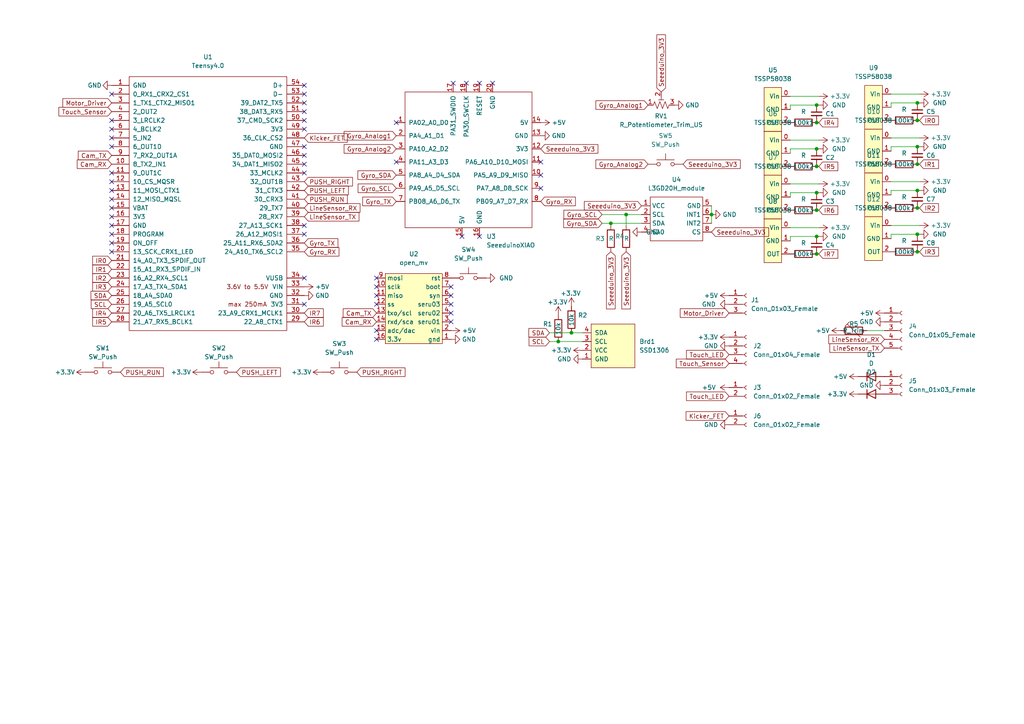
<source format=kicad_sch>
(kicad_sch (version 20211123) (generator eeschema)
  (paper "A4")
  (lib_symbols
    (symbol "Connector:Conn_01x02_Female" (pin_names (offset 1.016) hide)
      (property "Reference" "J" (at 0 2.54 0))
      (property "Value" "Conn_01x02_Female" (at 0 -5.08 0))
      (symbol "Conn_01x02_Female_1_1"
        (arc (start 0 -2.032) (mid -0.508 -2.54) (end 0 -3.048) (stroke (width 0.1524)))
        (polyline (pts (xy -1.27 -2.54) (xy -0.508 -2.54)) (stroke (width 0.1524)))
        (polyline (pts (xy -1.27 0) (xy -0.508 0)) (stroke (width 0.1524)))
        (arc (start 0 0.508) (mid -0.508 0) (end 0 -0.508) (stroke (width 0.1524)))
        (pin passive line (at -5.08 0 0) (length 3.81) (name "Pin_1") (number "1"))
        (pin passive line (at -5.08 -2.54 0) (length 3.81) (name "Pin_2") (number "2"))
      )
    )
    (symbol "Connector:Conn_01x03_Female" (pin_names (offset 1.016) hide)
      (property "Reference" "J" (at 0 5.08 0))
      (property "Value" "Conn_01x03_Female" (at 0 -5.08 0))
      (symbol "Conn_01x03_Female_1_1"
        (arc (start 0 -2.032) (mid -0.508 -2.54) (end 0 -3.048) (stroke (width 0.1524)))
        (polyline (pts (xy -1.27 -2.54) (xy -0.508 -2.54)) (stroke (width 0.1524)))
        (polyline (pts (xy -1.27 0) (xy -0.508 0)) (stroke (width 0.1524)))
        (polyline (pts (xy -1.27 2.54) (xy -0.508 2.54)) (stroke (width 0.1524)))
        (arc (start 0 0.508) (mid -0.508 0) (end 0 -0.508) (stroke (width 0.1524)))
        (arc (start 0 3.048) (mid -0.508 2.54) (end 0 2.032) (stroke (width 0.1524)))
        (pin passive line (at -5.08 2.54 0) (length 3.81) (name "Pin_1") (number "1"))
        (pin passive line (at -5.08 0 0) (length 3.81) (name "Pin_2") (number "2"))
        (pin passive line (at -5.08 -2.54 0) (length 3.81) (name "Pin_3") (number "3"))
      )
    )
    (symbol "Connector:Conn_01x04_Female" (pin_names (offset 1.016) hide)
      (property "Reference" "J" (at 0 5.08 0))
      (property "Value" "Conn_01x04_Female" (at 0 -7.62 0))
      (symbol "Conn_01x04_Female_1_1"
        (arc (start 0 -4.572) (mid -0.508 -5.08) (end 0 -5.588) (stroke (width 0.1524)))
        (arc (start 0 -2.032) (mid -0.508 -2.54) (end 0 -3.048) (stroke (width 0.1524)))
        (polyline (pts (xy -1.27 -5.08) (xy -0.508 -5.08)) (stroke (width 0.1524)))
        (polyline (pts (xy -1.27 -2.54) (xy -0.508 -2.54)) (stroke (width 0.1524)))
        (polyline (pts (xy -1.27 0) (xy -0.508 0)) (stroke (width 0.1524)))
        (polyline (pts (xy -1.27 2.54) (xy -0.508 2.54)) (stroke (width 0.1524)))
        (arc (start 0 0.508) (mid -0.508 0) (end 0 -0.508) (stroke (width 0.1524)))
        (arc (start 0 3.048) (mid -0.508 2.54) (end 0 2.032) (stroke (width 0.1524)))
        (pin passive line (at -5.08 2.54 0) (length 3.81) (name "Pin_1") (number "1"))
        (pin passive line (at -5.08 0 0) (length 3.81) (name "Pin_2") (number "2"))
        (pin passive line (at -5.08 -2.54 0) (length 3.81) (name "Pin_3") (number "3"))
        (pin passive line (at -5.08 -5.08 0) (length 3.81) (name "Pin_4") (number "4"))
      )
    )
    (symbol "Connector:Conn_01x05_Female" (pin_names (offset 1.016) hide)
      (property "Reference" "J" (at 0 7.62 0))
      (property "Value" "Conn_01x05_Female" (at 0 -7.62 0))
      (symbol "Conn_01x05_Female_1_1"
        (arc (start 0 -4.572) (mid -0.508 -5.08) (end 0 -5.588) (stroke (width 0.1524)))
        (arc (start 0 -2.032) (mid -0.508 -2.54) (end 0 -3.048) (stroke (width 0.1524)))
        (polyline (pts (xy -1.27 -5.08) (xy -0.508 -5.08)) (stroke (width 0.1524)))
        (polyline (pts (xy -1.27 -2.54) (xy -0.508 -2.54)) (stroke (width 0.1524)))
        (polyline (pts (xy -1.27 0) (xy -0.508 0)) (stroke (width 0.1524)))
        (polyline (pts (xy -1.27 2.54) (xy -0.508 2.54)) (stroke (width 0.1524)))
        (polyline (pts (xy -1.27 5.08) (xy -0.508 5.08)) (stroke (width 0.1524)))
        (arc (start 0 0.508) (mid -0.508 0) (end 0 -0.508) (stroke (width 0.1524)))
        (arc (start 0 3.048) (mid -0.508 2.54) (end 0 2.032) (stroke (width 0.1524)))
        (arc (start 0 5.588) (mid -0.508 5.08) (end 0 4.572) (stroke (width 0.1524)))
        (pin passive line (at -5.08 5.08 0) (length 3.81) (name "Pin_1") (number "1"))
        (pin passive line (at -5.08 2.54 0) (length 3.81) (name "Pin_2") (number "2"))
        (pin passive line (at -5.08 0 0) (length 3.81) (name "Pin_3") (number "3"))
        (pin passive line (at -5.08 -2.54 0) (length 3.81) (name "Pin_4") (number "4"))
        (pin passive line (at -5.08 -5.08 0) (length 3.81) (name "Pin_5") (number "5"))
      )
    )
    (symbol "Device:C_Small" (pin_numbers hide) (pin_names (offset 0.254) hide)
      (property "Reference" "C" (at 0.254 1.778 0))
      (property "Value" "C_Small" (at 0.254 -2.032 0))
      (symbol "C_Small_0_1"
        (polyline (pts (xy -1.524 -0.508) (xy 1.524 -0.508)) (stroke (width 0.3302)))
        (polyline (pts (xy -1.524 0.508) (xy 1.524 0.508)) (stroke (width 0.3048)))
      )
      (symbol "C_Small_1_1"
        (pin passive line (at 0 2.54 270) (length 2.032) (name "~") (number "1"))
        (pin passive line (at 0 -2.54 90) (length 2.032) (name "~") (number "2"))
      )
    )
    (symbol "Device:D" (pin_numbers hide) (pin_names (offset 1.016) hide)
      (property "Reference" "D" (at 0 2.54 0))
      (property "Value" "D" (at 0 -2.54 0))
      (symbol "D_0_1"
        (polyline (pts (xy -1.27 1.27) (xy -1.27 -1.27)) (stroke (width 0.254)))
        (polyline (pts (xy 1.27 0) (xy -1.27 0)))
        (polyline (pts (xy 1.27 1.27) (xy 1.27 -1.27) (xy -1.27 0) (xy 1.27 1.27)) (stroke (width 0.254)))
      )
      (symbol "D_1_1"
        (pin passive line (at -3.81 0 0) (length 2.54) (name "K") (number "1"))
        (pin passive line (at 3.81 0 180) (length 2.54) (name "A") (number "2"))
      )
    )
    (symbol "Device:R" (pin_numbers hide) (pin_names (offset 0))
      (property "Reference" "R" (at 2.032 0 90))
      (property "Value" "R" (at 0 0 90))
      (symbol "R_0_1"
        (rectangle (start -1.016 -2.54) (end 1.016 2.54) (stroke (width 0.254)))
      )
      (symbol "R_1_1"
        (pin passive line (at 0 3.81 270) (length 1.27) (name "~") (number "1"))
        (pin passive line (at 0 -3.81 90) (length 1.27) (name "~") (number "2"))
      )
    )
    (symbol "Device:R_Potentiometer_Trim_US" (pin_names (offset 1.016) hide)
      (property "Reference" "RV" (at -4.445 0 90))
      (property "Value" "R_Potentiometer_Trim_US" (at -2.54 0 90))
      (symbol "R_Potentiometer_Trim_US_0_1"
        (polyline (pts (xy 0 -2.286) (xy 0 -2.54)))
        (polyline (pts (xy 0 2.286) (xy 0 2.54)))
        (polyline (pts (xy 1.524 0.762) (xy 1.524 -0.762)))
        (polyline (pts (xy 2.54 0) (xy 1.524 0)))
        (polyline (pts (xy 0 -0.762) (xy 1.016 -1.143) (xy 0 -1.524) (xy -1.016 -1.905) (xy 0 -2.286)))
        (polyline (pts (xy 0 0.762) (xy 1.016 0.381) (xy 0 0) (xy -1.016 -0.381) (xy 0 -0.762)))
        (polyline (pts (xy 0 2.286) (xy 1.016 1.905) (xy 0 1.524) (xy -1.016 1.143) (xy 0 0.762)))
      )
      (symbol "R_Potentiometer_Trim_US_1_1"
        (pin passive line (at 0 3.81 270) (length 1.27) (name "1") (number "1"))
        (pin passive line (at 3.81 0 180) (length 1.27) (name "2") (number "2"))
        (pin passive line (at 0 -3.81 90) (length 1.27) (name "3") (number "3"))
      )
    )
    (symbol "Device:R_Trim" (pin_numbers hide) (pin_names (offset 0))
      (property "Reference" "R" (at 2.54 -2.54 90))
      (property "Value" "R_Trim" (at -2.54 -0.635 90))
      (symbol "R_Trim_0_1"
        (rectangle (start -1.016 -2.54) (end 1.016 2.54) (stroke (width 0.254)))
        (polyline (pts (xy -1.905 -1.905) (xy 1.905 1.905) (xy 2.54 1.27) (xy 1.27 2.54)))
      )
      (symbol "R_Trim_1_1"
        (pin passive line (at 0 3.81 270) (length 1.27) (name "~") (number "1"))
        (pin passive line (at 0 -3.81 90) (length 1.27) (name "~") (number "2"))
      )
    )
    (symbol "L3GD20H_Module:L3GD20H_module"
      (property "Reference" "U" (at 0 8.89 0))
      (property "Value" "L3GD20H_module" (at 0 11.43 0))
      (symbol "L3GD20H_module_0_1"
        (rectangle (start 7.62 -5.08) (end -7.62 7.62))
      )
      (symbol "L3GD20H_module_1_1"
        (pin input line (at -10.16 5.08 0) (length 2.54) (name "VCC") (number "1"))
        (pin input line (at -10.16 2.54 0) (length 2.54) (name "SCL") (number "2"))
        (pin input line (at -10.16 0 0) (length 2.54) (name "SDA") (number "3"))
        (pin input line (at -10.16 -2.54 0) (length 2.54) (name "SA0") (number "4"))
        (pin input line (at 10.16 5.08 180) (length 2.54) (name "GND") (number "5"))
        (pin input line (at 10.16 2.54 180) (length 2.54) (name "INT1") (number "6"))
        (pin input line (at 10.16 0 180) (length 2.54) (name "INT2") (number "7"))
        (pin input line (at 10.16 -2.54 180) (length 2.54) (name "CS") (number "8"))
      )
    )
    (symbol "SSD1306-128x64_OLED:SSD1306" (pin_names (offset 1.016))
      (property "Reference" "Brd" (at 0 -3.81 0))
      (property "Value" "SSD1306" (at 0 -1.27 0))
      (symbol "SSD1306_0_1"
        (rectangle (start -6.35 6.35) (end 6.35 -6.35) (fill (type background)))
      )
      (symbol "SSD1306_1_1"
        (pin input line (at -3.81 8.89 270) (length 2.54) (name "GND") (number "1"))
        (pin input line (at -1.27 8.89 270) (length 2.54) (name "VCC") (number "2"))
        (pin input line (at 1.27 8.89 270) (length 2.54) (name "SCL") (number "3"))
        (pin input line (at 3.81 8.89 270) (length 2.54) (name "SDA") (number "4"))
      )
    )
    (symbol "Seeeduino XIAO:SeeeduinoXIAO" (pin_names (offset 1.016))
      (property "Reference" "U" (at -19.05 22.86 0))
      (property "Value" "SeeeduinoXIAO" (at -12.7 21.59 0))
      (symbol "SeeeduinoXIAO_0_1"
        (rectangle (start -19.05 20.32) (end 17.78 -19.05))
      )
      (symbol "SeeeduinoXIAO_1_1"
        (pin unspecified line (at -21.59 11.43 0) (length 2.54) (name "PA02_A0_D0") (number "1"))
        (pin unspecified line (at 20.32 -3.81 180) (length 2.54) (name "PA5_A9_D9_MISO") (number "10"))
        (pin unspecified line (at 20.32 0 180) (length 2.54) (name "PA6_A10_D10_MOSI") (number "11"))
        (pin unspecified line (at 20.32 3.81 180) (length 2.54) (name "3V3") (number "12"))
        (pin unspecified line (at 20.32 7.62 180) (length 2.54) (name "GND") (number "13"))
        (pin unspecified line (at 20.32 11.43 180) (length 2.54) (name "5V") (number "14"))
        (pin input line (at -2.54 -21.59 90) (length 2.54) (name "5V") (number "15"))
        (pin input line (at 2.54 -21.59 90) (length 2.54) (name "GND") (number "16"))
        (pin input line (at -5.08 22.86 270) (length 2.54) (name "PA31_SWDIO") (number "17"))
        (pin input line (at -1.27 22.86 270) (length 2.54) (name "PA30_SWCLK") (number "18"))
        (pin input line (at 2.54 22.86 270) (length 2.54) (name "RESET") (number "19"))
        (pin unspecified line (at -21.59 7.62 0) (length 2.54) (name "PA4_A1_D1") (number "2"))
        (pin input line (at 6.35 22.86 270) (length 2.54) (name "GND") (number "20"))
        (pin unspecified line (at -21.59 3.81 0) (length 2.54) (name "PA10_A2_D2") (number "3"))
        (pin unspecified line (at -21.59 0 0) (length 2.54) (name "PA11_A3_D3") (number "4"))
        (pin unspecified line (at -21.59 -3.81 0) (length 2.54) (name "PA8_A4_D4_SDA") (number "5"))
        (pin unspecified line (at -21.59 -7.62 0) (length 2.54) (name "PA9_A5_D5_SCL") (number "6"))
        (pin unspecified line (at -21.59 -11.43 0) (length 2.54) (name "PB08_A6_D6_TX") (number "7"))
        (pin unspecified line (at 20.32 -11.43 180) (length 2.54) (name "PB09_A7_D7_RX") (number "8"))
        (pin unspecified line (at 20.32 -7.62 180) (length 2.54) (name "PA7_A8_D8_SCK") (number "9"))
      )
    )
    (symbol "Switch:SW_Push" (pin_numbers hide) (pin_names (offset 1.016) hide)
      (property "Reference" "SW" (at 1.27 2.54 0))
      (property "Value" "SW_Push" (at 0 -1.524 0))
      (symbol "SW_Push_0_1"
        (circle (center -2.032 0) (radius 0.508))
        (polyline (pts (xy 0 1.27) (xy 0 3.048)))
        (polyline (pts (xy 2.54 1.27) (xy -2.54 1.27)))
        (circle (center 2.032 0) (radius 0.508))
        (pin passive line (at -5.08 0 0) (length 2.54) (name "1") (number "1"))
        (pin passive line (at 5.08 0 180) (length 2.54) (name "2") (number "2"))
      )
    )
    (symbol "TSSP58038:TSSP58038"
      (property "Reference" "U" (at 0 8.89 0))
      (property "Value" "TSSP58038" (at 0 6.35 0))
      (symbol "TSSP58038_0_1"
        (rectangle (start -6.35 5.08) (end 6.35 0) (fill (type background)))
      )
      (symbol "TSSP58038_1_1"
        (pin power_in line (at 3.81 -2.54 90) (length 2.54) (name "Vin") (number "0"))
        (pin input line (at 0 -2.54 90) (length 2.54) (name "GND") (number "1"))
        (pin output line (at -3.81 -2.54 90) (length 2.54) (name "OUT") (number "2"))
      )
    )
    (symbol "open_mv:open_mv"
      (property "Reference" "U" (at 0 3.81 0))
      (property "Value" "open_mv" (at 0 1.27 0))
      (symbol "open_mv_0_1"
        (rectangle (start -8.89 0) (end 7.62 -20.32) (fill (type background)))
      )
      (symbol "open_mv_1_1"
        (pin bidirectional line (at 10.16 -19.05 180) (length 2.54) (name "gnd") (number "1"))
        (pin bidirectional line (at -11.43 -3.81 0) (length 2.54) (name "sclk") (number "10"))
        (pin bidirectional line (at -11.43 -6.35 0) (length 2.54) (name "miso") (number "11"))
        (pin bidirectional line (at -11.43 -8.89 0) (length 2.54) (name "ss") (number "12"))
        (pin bidirectional line (at -11.43 -11.43 0) (length 2.54) (name "txo/scl") (number "13"))
        (pin bidirectional line (at -11.43 -13.97 0) (length 2.54) (name "rxd/sca") (number "14"))
        (pin bidirectional line (at -11.43 -16.51 0) (length 2.54) (name "adc/dac") (number "15"))
        (pin power_out line (at -11.43 -19.05 0) (length 2.54) (name "3.3v") (number "16"))
        (pin power_out line (at 10.16 -16.51 180) (length 2.54) (name "vin") (number "2"))
        (pin bidirectional line (at 10.16 -13.97 180) (length 2.54) (name "seru01") (number "3"))
        (pin bidirectional line (at 10.16 -11.43 180) (length 2.54) (name "seru02") (number "4"))
        (pin bidirectional line (at 10.16 -8.89 180) (length 2.54) (name "seru03") (number "5"))
        (pin bidirectional line (at 10.16 -6.35 180) (length 2.54) (name "syn") (number "6"))
        (pin bidirectional line (at 10.16 -3.81 180) (length 2.54) (name "boot") (number "7"))
        (pin bidirectional line (at 10.16 -1.27 180) (length 2.54) (name "rst") (number "8"))
        (pin bidirectional line (at -11.43 -1.27 0) (length 2.54) (name "mosi") (number "9"))
      )
    )
    (symbol "power:+3.3V" (power) (pin_names (offset 0))
      (property "Value" "+3.3V" (at 0 3.556 0))
      (symbol "+3.3V_0_1"
        (polyline (pts (xy -0.762 1.27) (xy 0 2.54)))
        (polyline (pts (xy 0 0) (xy 0 2.54)))
        (polyline (pts (xy 0 2.54) (xy 0.762 1.27)))
      )
      (symbol "+3.3V_1_1"
        (pin power_in line (at 0 0 90) (length 0) hide (name "+3.3V") (number "1"))
      )
    )
    (symbol "power:+5V" (power) (pin_names (offset 0))
      (property "Value" "+5V" (at 0 3.556 0))
      (symbol "+5V_0_1"
        (polyline (pts (xy -0.762 1.27) (xy 0 2.54)))
        (polyline (pts (xy 0 0) (xy 0 2.54)))
        (polyline (pts (xy 0 2.54) (xy 0.762 1.27)))
      )
      (symbol "+5V_1_1"
        (pin power_in line (at 0 0 90) (length 0) hide (name "+5V") (number "1"))
      )
    )
    (symbol "power:GND" (power) (pin_names (offset 0))
      (property "Value" "GND" (at 0 -3.81 0))
      (symbol "GND_0_1"
        (polyline (pts (xy 0 0) (xy 0 -1.27) (xy 1.27 -1.27) (xy 0 -2.54) (xy -1.27 -1.27) (xy 0 -1.27)))
      )
      (symbol "GND_1_1"
        (pin power_in line (at 0 0 270) (length 0) hide (name "GND") (number "1"))
      )
    )
    (symbol "teensy:Teensy4.0" (pin_names (offset 1.016))
      (property "Reference" "U" (at 0 39.37 0))
      (property "Value" "Teensy4.0" (at 0 -39.37 0))
      (symbol "Teensy4.0_0_0"
        (text "3.6V to 5.5V" (at 11.43 -24.13 0) (effects (font (size 1.27 1.27))))
        (text "max 250mA" (at 11.43 -29.21 0) (effects (font (size 1.27 1.27))))
        (pin bidirectional line (at -27.94 11.43 0) (length 5.08) (name "8_TX2_IN1") (number "10"))
        (pin bidirectional line (at -27.94 8.89 0) (length 5.08) (name "9_OUT1C") (number "11"))
        (pin bidirectional line (at -27.94 6.35 0) (length 5.08) (name "10_CS_MQSR") (number "12"))
        (pin bidirectional line (at -27.94 3.81 0) (length 5.08) (name "11_MOSI_CTX1") (number "13"))
        (pin bidirectional line (at -27.94 1.27 0) (length 5.08) (name "12_MISO_MQSL") (number "14"))
        (pin power_in line (at -27.94 -1.27 0) (length 5.08) (name "VBAT") (number "15"))
        (pin power_in line (at -27.94 -3.81 0) (length 5.08) (name "3V3") (number "16"))
        (pin power_in line (at -27.94 -6.35 0) (length 5.08) (name "GND") (number "17"))
        (pin input line (at -27.94 -8.89 0) (length 5.08) (name "PROGRAM") (number "18"))
        (pin input line (at -27.94 -11.43 0) (length 5.08) (name "ON_OFF") (number "19"))
        (pin bidirectional line (at -27.94 -13.97 0) (length 5.08) (name "13_SCK_CRX1_LED") (number "20"))
        (pin bidirectional line (at -27.94 -16.51 0) (length 5.08) (name "14_A0_TX3_SPDIF_OUT") (number "21"))
        (pin bidirectional line (at -27.94 -19.05 0) (length 5.08) (name "15_A1_RX3_SPDIF_IN") (number "22"))
        (pin bidirectional line (at -27.94 -21.59 0) (length 5.08) (name "16_A2_RX4_SCL1") (number "23"))
        (pin bidirectional line (at -27.94 -24.13 0) (length 5.08) (name "17_A3_TX4_SDA1") (number "24"))
        (pin bidirectional line (at -27.94 -26.67 0) (length 5.08) (name "18_A4_SDA0") (number "25"))
        (pin bidirectional line (at -27.94 -29.21 0) (length 5.08) (name "19_A5_SCL0") (number "26"))
        (pin bidirectional line (at -27.94 -31.75 0) (length 5.08) (name "20_A6_TX5_LRCLK1") (number "27"))
        (pin bidirectional line (at -27.94 -34.29 0) (length 5.08) (name "21_A7_RX5_BCLK1") (number "28"))
        (pin bidirectional line (at 27.94 -34.29 180) (length 5.08) (name "22_A8_CTX1") (number "29"))
        (pin bidirectional line (at 27.94 -31.75 180) (length 5.08) (name "23_A9_CRX1_MCLK1") (number "30"))
        (pin power_out line (at 27.94 -29.21 180) (length 5.08) (name "3V3") (number "31"))
        (pin power_in line (at 27.94 -26.67 180) (length 5.08) (name "GND") (number "32"))
        (pin power_in line (at 27.94 -24.13 180) (length 5.08) (name "VIN") (number "33"))
        (pin power_out line (at 27.94 -21.59 180) (length 5.08) (name "VUSB") (number "34"))
        (pin bidirectional line (at 27.94 -13.97 180) (length 5.08) (name "24_A10_TX6_SCL2") (number "35"))
        (pin bidirectional line (at 27.94 -11.43 180) (length 5.08) (name "25_A11_RX6_SDA2") (number "36"))
        (pin bidirectional line (at 27.94 -8.89 180) (length 5.08) (name "26_A12_MOSI1") (number "37"))
        (pin bidirectional line (at 27.94 -6.35 180) (length 5.08) (name "27_A13_SCK1") (number "38"))
        (pin bidirectional line (at 27.94 -3.81 180) (length 5.08) (name "28_RX7") (number "39"))
        (pin bidirectional line (at 27.94 -1.27 180) (length 5.08) (name "29_TX7") (number "40"))
        (pin bidirectional line (at 27.94 1.27 180) (length 5.08) (name "30_CRX3") (number "41"))
        (pin bidirectional line (at 27.94 3.81 180) (length 5.08) (name "31_CTX3") (number "42"))
        (pin bidirectional line (at 27.94 6.35 180) (length 5.08) (name "32_OUT1B") (number "43"))
        (pin bidirectional line (at 27.94 8.89 180) (length 5.08) (name "33_MCLK2") (number "44"))
        (pin bidirectional line (at 27.94 11.43 180) (length 5.08) (name "34_DAT1_MISO2") (number "45"))
        (pin bidirectional line (at 27.94 13.97 180) (length 5.08) (name "35_DAT0_MOSI2") (number "46"))
        (pin power_out line (at 27.94 16.51 180) (length 5.08) (name "GND") (number "47"))
        (pin bidirectional line (at 27.94 19.05 180) (length 5.08) (name "36_CLK_CS2") (number "48"))
        (pin power_out line (at 27.94 21.59 180) (length 5.08) (name "3V3") (number "49"))
        (pin bidirectional line (at -27.94 24.13 0) (length 5.08) (name "3_LRCLK2") (number "5"))
        (pin bidirectional line (at 27.94 24.13 180) (length 5.08) (name "37_CMD_SCK2") (number "50"))
        (pin bidirectional line (at 27.94 26.67 180) (length 5.08) (name "38_DAT3_RX5") (number "51"))
        (pin bidirectional line (at 27.94 29.21 180) (length 5.08) (name "39_DAT2_TX5") (number "52"))
        (pin bidirectional line (at 27.94 31.75 180) (length 5.08) (name "D-") (number "53"))
        (pin bidirectional line (at 27.94 34.29 180) (length 5.08) (name "D+") (number "54"))
        (pin bidirectional line (at -27.94 21.59 0) (length 5.08) (name "4_BCLK2") (number "6"))
        (pin bidirectional line (at -27.94 19.05 0) (length 5.08) (name "5_IN2") (number "7"))
        (pin bidirectional line (at -27.94 16.51 0) (length 5.08) (name "6_OUT1D") (number "8"))
        (pin bidirectional line (at -27.94 13.97 0) (length 5.08) (name "7_RX2_OUT1A") (number "9"))
      )
      (symbol "Teensy4.0_0_1"
        (rectangle (start -22.86 36.83) (end 22.86 -36.83))
        (rectangle (start -20.32 -31.75) (end -20.32 -31.75))
      )
      (symbol "Teensy4.0_1_1"
        (pin power_in line (at -27.94 34.29 0) (length 5.08) (name "GND") (number "1"))
        (pin bidirectional line (at -27.94 31.75 0) (length 5.08) (name "0_RX1_CRX2_CS1") (number "2"))
        (pin bidirectional line (at -27.94 29.21 0) (length 5.08) (name "1_TX1_CTX2_MISO1") (number "3"))
        (pin bidirectional line (at -27.94 26.67 0) (length 5.08) (name "2_OUT2") (number "4"))
      )
    )
  )
  (junction (at 266.065 42.545))
  (junction (at 236.855 48.26))
  (junction (at 206.375 62.23))
  (junction (at 266.065 73.025))
  (junction (at 266.065 34.925))
  (junction (at 266.065 29.845))
  (junction (at 266.065 55.245))
  (junction (at 161.925 99.06))
  (junction (at 236.855 30.48))
  (junction (at 266.065 47.625))
  (junction (at 236.855 60.96))
  (junction (at 266.065 60.325))
  (junction (at 181.61 62.23))
  (junction (at 266.065 67.945))
  (junction (at 236.855 73.66))
  (junction (at 236.855 43.18))
  (junction (at 177.165 64.77))
  (junction (at 165.735 96.52))
  (junction (at 236.855 55.88))
  (junction (at 236.855 35.56))
  (junction (at 236.855 68.58))
  (no_connect (at 156.845 54.61))
  (no_connect (at 156.845 50.8))
  (no_connect (at 88.265 29.845))
  (no_connect (at 109.22 88.265))
  (no_connect (at 32.385 70.485))
  (no_connect (at 139.065 68.58))
  (no_connect (at 109.22 80.645))
  (no_connect (at 32.385 67.945))
  (no_connect (at 32.385 42.545))
  (no_connect (at 32.385 34.925))
  (no_connect (at 88.265 67.945))
  (no_connect (at 142.875 24.13))
  (no_connect (at 130.81 90.805))
  (no_connect (at 32.385 37.465))
  (no_connect (at 32.385 55.245))
  (no_connect (at 32.385 27.305))
  (no_connect (at 130.81 93.345))
  (no_connect (at 109.22 85.725))
  (no_connect (at 109.22 83.185))
  (no_connect (at 139.065 24.13))
  (no_connect (at 88.265 47.625))
  (no_connect (at 32.385 60.325))
  (no_connect (at 88.265 24.765))
  (no_connect (at 32.385 62.865))
  (no_connect (at 88.265 27.305))
  (no_connect (at 135.255 24.13))
  (no_connect (at 130.81 88.265))
  (no_connect (at 130.81 83.185))
  (no_connect (at 32.385 50.165))
  (no_connect (at 130.81 85.725))
  (no_connect (at 114.935 35.56))
  (no_connect (at 32.385 57.785))
  (no_connect (at 88.265 37.465))
  (no_connect (at 133.985 68.58))
  (no_connect (at 88.265 42.545))
  (no_connect (at 88.265 32.385))
  (no_connect (at 32.385 73.025))
  (no_connect (at 32.385 40.005))
  (no_connect (at 109.22 98.425))
  (no_connect (at 32.385 52.705))
  (no_connect (at 114.935 46.99))
  (no_connect (at 131.445 24.13))
  (no_connect (at 88.265 45.085))
  (no_connect (at 32.385 65.405))
  (no_connect (at 88.265 80.645))
  (no_connect (at 156.845 46.99))
  (no_connect (at 88.265 34.925))
  (no_connect (at 109.22 95.885))
  (no_connect (at 88.265 65.405))
  (no_connect (at 88.265 88.265))
  (no_connect (at 88.265 50.165))
  (wire (pts (xy 236.855 73.66) (xy 237.49 73.66)))
  (wire (pts (xy 251.46 95.885) (xy 256.54 95.885)))
  (wire (pts (xy 237.49 43.18) (xy 236.855 43.18)))
  (wire (pts (xy 266.7 42.545) (xy 266.065 42.545)))
  (wire (pts (xy 266.7 29.845) (xy 266.065 29.845)))
  (wire (pts (xy 237.49 68.58) (xy 236.855 68.58)))
  (wire (pts (xy 266.065 60.325) (xy 266.7 60.325)))
  (wire (pts (xy 258.445 67.945) (xy 258.445 69.215)))
  (wire (pts (xy 229.235 68.58) (xy 236.855 68.58)))
  (wire (pts (xy 165.735 96.52) (xy 168.91 96.52)))
  (wire (pts (xy 181.61 62.23) (xy 186.055 62.23)))
  (wire (pts (xy 229.235 66.04) (xy 237.49 66.04)))
  (wire (pts (xy 266.065 34.925) (xy 266.7 34.925)))
  (wire (pts (xy 258.445 29.845) (xy 266.065 29.845)))
  (wire (pts (xy 237.49 55.88) (xy 236.855 55.88)))
  (wire (pts (xy 159.385 96.52) (xy 165.735 96.52)))
  (wire (pts (xy 236.855 48.26) (xy 237.49 48.26)))
  (wire (pts (xy 258.445 42.545) (xy 266.065 42.545)))
  (wire (pts (xy 229.235 43.18) (xy 236.855 43.18)))
  (wire (pts (xy 266.065 73.025) (xy 266.7 73.025)))
  (wire (pts (xy 229.235 55.88) (xy 229.235 57.15)))
  (wire (pts (xy 174.625 64.77) (xy 177.165 64.77)))
  (wire (pts (xy 229.235 68.58) (xy 229.235 69.85)))
  (wire (pts (xy 258.445 40.005) (xy 266.7 40.005)))
  (wire (pts (xy 229.235 30.48) (xy 236.855 30.48)))
  (wire (pts (xy 161.925 99.06) (xy 168.91 99.06)))
  (wire (pts (xy 266.7 67.945) (xy 266.065 67.945)))
  (wire (pts (xy 236.855 35.56) (xy 237.49 35.56)))
  (wire (pts (xy 258.445 42.545) (xy 258.445 43.815)))
  (wire (pts (xy 206.375 59.69) (xy 206.375 62.23)))
  (wire (pts (xy 229.235 53.34) (xy 237.49 53.34)))
  (wire (pts (xy 258.445 27.305) (xy 266.7 27.305)))
  (wire (pts (xy 258.445 55.245) (xy 266.065 55.245)))
  (wire (pts (xy 266.065 47.625) (xy 266.7 47.625)))
  (wire (pts (xy 236.855 60.96) (xy 237.49 60.96)))
  (wire (pts (xy 237.49 30.48) (xy 236.855 30.48)))
  (wire (pts (xy 258.445 55.245) (xy 258.445 56.515)))
  (wire (pts (xy 229.235 27.94) (xy 237.49 27.94)))
  (wire (pts (xy 258.445 29.845) (xy 258.445 31.115)))
  (wire (pts (xy 159.385 99.06) (xy 161.925 99.06)))
  (wire (pts (xy 266.7 55.245) (xy 266.065 55.245)))
  (wire (pts (xy 258.445 65.405) (xy 266.7 65.405)))
  (wire (pts (xy 229.235 43.18) (xy 229.235 44.45)))
  (wire (pts (xy 229.235 55.88) (xy 236.855 55.88)))
  (wire (pts (xy 258.445 67.945) (xy 266.065 67.945)))
  (wire (pts (xy 177.165 65.405) (xy 177.165 64.77)))
  (wire (pts (xy 229.235 40.64) (xy 237.49 40.64)))
  (wire (pts (xy 177.165 64.77) (xy 186.055 64.77)))
  (wire (pts (xy 174.625 62.23) (xy 181.61 62.23)))
  (wire (pts (xy 181.61 65.405) (xy 181.61 62.23)))
  (wire (pts (xy 258.445 52.705) (xy 266.7 52.705)))
  (wire (pts (xy 206.375 62.23) (xy 206.375 64.77)))
  (wire (pts (xy 229.235 30.48) (xy 229.235 31.75)))
  (global_label "Touch_Sensor" (shape input) (at 211.455 105.41 180) (property "Intersheet References" "${INTERSHEET_REFS}" (effects hide)))
  (global_label "Kicker_FET" (shape input) (at 88.265 40.005 0) (property "Intersheet References" "${INTERSHEET_REFS}" (effects hide)))
  (global_label "PUSH_RIGHT" (shape input) (at 103.505 107.95 0) (property "Intersheet References" "${INTERSHEET_REFS}" (effects hide)))
  (global_label "PUSH_LEFT" (shape input) (at 88.265 55.245 0) (property "Intersheet References" "${INTERSHEET_REFS}" (effects hide)))
  (global_label "Seeeduino_3V3" (shape input) (at 181.61 73.025 270) (property "Intersheet References" "${INTERSHEET_REFS}" (effects hide)))
  (global_label "Motor_Driver" (shape input) (at 211.455 90.805 180) (property "Intersheet References" "${INTERSHEET_REFS}" (effects hide)))
  (global_label "Gyro_SCL" (shape input) (at 114.935 54.61 180) (property "Intersheet References" "${INTERSHEET_REFS}" (effects hide)))
  (global_label "Touch_LED" (shape input) (at 211.455 114.935 180) (property "Intersheet References" "${INTERSHEET_REFS}" (effects hide)))
  (global_label "Touch_LED" (shape input) (at 211.455 102.87 180) (property "Intersheet References" "${INTERSHEET_REFS}" (effects hide)))
  (global_label "IR1" (shape input) (at 266.7 47.625 0) (property "Intersheet References" "${INTERSHEET_REFS}" (effects hide)))
  (global_label "Kicker_FET" (shape input) (at 211.455 120.65 180) (property "Intersheet References" "${INTERSHEET_REFS}" (effects hide)))
  (global_label "IR5" (shape input) (at 32.385 93.345 180) (property "Intersheet References" "${INTERSHEET_REFS}" (effects hide)))
  (global_label "IR3" (shape input) (at 32.385 83.185 180) (property "Intersheet References" "${INTERSHEET_REFS}" (effects hide)))
  (global_label "IR2" (shape input) (at 32.385 80.645 180) (property "Intersheet References" "${INTERSHEET_REFS}" (effects hide)))
  (global_label "IR0" (shape input) (at 32.385 75.565 180) (property "Intersheet References" "${INTERSHEET_REFS}" (effects hide)))
  (global_label "Seeeduino_3V3" (shape input) (at 156.845 43.18 0) (property "Intersheet References" "${INTERSHEET_REFS}" (effects hide)))
  (global_label "Gyro_TX" (shape input) (at 114.935 58.42 180) (property "Intersheet References" "${INTERSHEET_REFS}" (effects hide)))
  (global_label "LineSensor_RX" (shape input) (at 88.265 60.325 0) (property "Intersheet References" "${INTERSHEET_REFS}" (effects hide)))
  (global_label "Cam_TX" (shape input) (at 32.385 45.085 180) (property "Intersheet References" "${INTERSHEET_REFS}" (effects hide)))
  (global_label "IR7" (shape input) (at 88.265 90.805 0) (property "Intersheet References" "${INTERSHEET_REFS}" (effects hide)))
  (global_label "Touch_Sensor" (shape input) (at 32.385 32.385 180) (property "Intersheet References" "${INTERSHEET_REFS}" (effects hide)))
  (global_label "IR7" (shape input) (at 237.49 73.66 0) (property "Intersheet References" "${INTERSHEET_REFS}" (effects hide)))
  (global_label "IR4" (shape input) (at 32.385 90.805 180) (property "Intersheet References" "${INTERSHEET_REFS}" (effects hide)))
  (global_label "Seeeduino_3V3" (shape input) (at 191.77 26.67 90) (property "Intersheet References" "${INTERSHEET_REFS}" (effects hide)))
  (global_label "IR4" (shape input) (at 237.49 35.56 0) (property "Intersheet References" "${INTERSHEET_REFS}" (effects hide)))
  (global_label "IR6" (shape input) (at 237.49 60.96 0) (property "Intersheet References" "${INTERSHEET_REFS}" (effects hide)))
  (global_label "Motor_Driver" (shape input) (at 32.385 29.845 180) (property "Intersheet References" "${INTERSHEET_REFS}" (effects hide)))
  (global_label "Gyro_RX" (shape input) (at 88.265 73.025 0) (property "Intersheet References" "${INTERSHEET_REFS}" (effects hide)))
  (global_label "IR6" (shape input) (at 88.265 93.345 0) (property "Intersheet References" "${INTERSHEET_REFS}" (effects hide)))
  (global_label "PUSH_RUN" (shape input) (at 34.925 107.95 0) (property "Intersheet References" "${INTERSHEET_REFS}" (effects hide)))
  (global_label "Gyro_SCL" (shape input) (at 174.625 62.23 180) (property "Intersheet References" "${INTERSHEET_REFS}" (effects hide)))
  (global_label "Cam_RX" (shape input) (at 109.22 93.345 180) (property "Intersheet References" "${INTERSHEET_REFS}" (effects hide)))
  (global_label "Gyro_Analog2" (shape input) (at 187.96 47.625 180) (property "Intersheet References" "${INTERSHEET_REFS}" (effects hide)))
  (global_label "PUSH_RUN" (shape input) (at 88.265 57.785 0) (property "Intersheet References" "${INTERSHEET_REFS}" (effects hide)))
  (global_label "IR1" (shape input) (at 32.385 78.105 180) (property "Intersheet References" "${INTERSHEET_REFS}" (effects hide)))
  (global_label "Seeeduino_3V3" (shape input) (at 198.12 47.625 0) (property "Intersheet References" "${INTERSHEET_REFS}" (effects hide)))
  (global_label "Gyro_RX" (shape input) (at 156.845 58.42 0) (property "Intersheet References" "${INTERSHEET_REFS}" (effects hide)))
  (global_label "Cam_RX" (shape input) (at 32.385 47.625 180) (property "Intersheet References" "${INTERSHEET_REFS}" (effects hide)))
  (global_label "Gyro_Analog2" (shape input) (at 114.935 43.18 180) (property "Intersheet References" "${INTERSHEET_REFS}" (effects hide)))
  (global_label "Gyro_SDA" (shape input) (at 114.935 50.8 180) (property "Intersheet References" "${INTERSHEET_REFS}" (effects hide)))
  (global_label "PUSH_LEFT" (shape input) (at 68.58 107.95 0) (property "Intersheet References" "${INTERSHEET_REFS}" (effects hide)))
  (global_label "SCL" (shape input) (at 159.385 99.06 180) (property "Intersheet References" "${INTERSHEET_REFS}" (effects hide)))
  (global_label "PUSH_RIGHT" (shape input) (at 88.265 52.705 0) (property "Intersheet References" "${INTERSHEET_REFS}" (effects hide)))
  (global_label "IR3" (shape input) (at 266.7 73.025 0) (property "Intersheet References" "${INTERSHEET_REFS}" (effects hide)))
  (global_label "SDA" (shape input) (at 159.385 96.52 180) (property "Intersheet References" "${INTERSHEET_REFS}" (effects hide)))
  (global_label "Seeeduino_3V3" (shape input) (at 206.375 67.31 0) (property "Intersheet References" "${INTERSHEET_REFS}" (effects hide)))
  (global_label "Gyro_TX" (shape input) (at 88.265 70.485 0) (property "Intersheet References" "${INTERSHEET_REFS}" (effects hide)))
  (global_label "SDA" (shape input) (at 32.385 85.725 180) (property "Intersheet References" "${INTERSHEET_REFS}" (effects hide)))
  (global_label "IR0" (shape input) (at 266.7 34.925 0) (property "Intersheet References" "${INTERSHEET_REFS}" (effects hide)))
  (global_label "Gyro_Analog1" (shape input) (at 187.96 30.48 180) (property "Intersheet References" "${INTERSHEET_REFS}" (effects hide)))
  (global_label "LineSensor_RX" (shape input) (at 256.54 98.425 180) (property "Intersheet References" "${INTERSHEET_REFS}" (effects hide)))
  (global_label "Seeeduino_3V3" (shape input) (at 177.165 73.025 270) (property "Intersheet References" "${INTERSHEET_REFS}" (effects hide)))
  (global_label "Cam_TX" (shape input) (at 109.22 90.805 180) (property "Intersheet References" "${INTERSHEET_REFS}" (effects hide)))
  (global_label "IR2" (shape input) (at 266.7 60.325 0) (property "Intersheet References" "${INTERSHEET_REFS}" (effects hide)))
  (global_label "IR5" (shape input) (at 237.49 48.26 0) (property "Intersheet References" "${INTERSHEET_REFS}" (effects hide)))
  (global_label "LineSensor_TX" (shape input) (at 88.265 62.865 0) (property "Intersheet References" "${INTERSHEET_REFS}" (effects hide)))
  (global_label "LineSensor_TX" (shape input) (at 256.54 100.965 180) (property "Intersheet References" "${INTERSHEET_REFS}" (effects hide)))
  (global_label "Seeeduino_3V3" (shape input) (at 186.055 59.69 180) (property "Intersheet References" "${INTERSHEET_REFS}" (effects hide)))
  (global_label "SCL" (shape input) (at 32.385 88.265 180) (property "Intersheet References" "${INTERSHEET_REFS}" (effects hide)))
  (global_label "Gyro_SDA" (shape input) (at 174.625 64.77 180) (property "Intersheet References" "${INTERSHEET_REFS}" (effects hide)))
  (global_label "Gyro_Analog1" (shape input) (at 114.935 39.37 180) (property "Intersheet References" "${INTERSHEET_REFS}" (effects hide)))
  (symbol (lib_id "Connector:Conn_01x03_Female") (at 216.535 88.265 0) (unit 1)
    (property "Reference" "J1" (at 217.805 86.9949 0) (effects (justify left)))
    (property "Value" "Conn_01x03_Female" (at 217.805 89.5349 0) (effects (justify left)))
    (property "Footprint" "Connector_JST:JST_XH_B3B-XH-A_1x03_P2.50mm_Vertical" (effects hide))
  )
  (symbol (lib_id "Device:C_Small") (at 266.065 57.785 0) (unit 1)
    (property "Reference" "C7" (at 268.605 57.785 0) (effects (justify left)))
    (property "Value" "C_Small" (effects hide))
    (property "Footprint" "Capacitor_THT:C_Disc_D3.0mm_W2.0mm_P2.50mm" (effects hide))
  )
  (symbol (lib_id "power:GND") (at 266.7 29.845 90) (unit 1)
    (property "Reference" "#PWR0124" (effects hide))
    (property "Value" "GND" (at 270.51 29.8449 90) (effects (justify right)))
  )
  (symbol (lib_id "TSSP58038:TSSP58038") (at 255.905 43.815 90) (unit 1)
    (property "Reference" "U10" (at 253.365 32.385 90))
    (property "Value" "TSSP58038" (at 253.365 34.925 90))
    (property "Footprint" "TSSP58038:TSSP58038" (effects hide))
  )
  (symbol (lib_id "Switch:SW_Push") (at 63.5 107.95 0) (unit 1)
    (property "Reference" "SW2" (at 63.5 100.965 0))
    (property "Value" "SW_Push" (at 63.5 103.505 0))
    (property "Footprint" "Button_Switch_THT:SW_PUSH_6mm_H5mm" (effects hide))
  )
  (symbol (lib_id "Device:R") (at 181.61 69.215 0) (unit 1)
    (property "Reference" "R4" (at 178.435 68.58 0) (effects (justify left)))
    (property "Value" "R" (at 180.975 69.215 0) (effects (justify left)))
    (property "Footprint" "Resistor_THT:R_Axial_DIN0204_L3.6mm_D1.6mm_P5.08mm_Horizontal" (effects hide))
  )
  (symbol (lib_id "TSSP58038:TSSP58038") (at 255.905 56.515 90) (unit 1)
    (property "Reference" "U11" (at 253.365 45.085 90))
    (property "Value" "TSSP58038" (at 253.365 47.625 90))
    (property "Footprint" "TSSP58038:TSSP58038" (effects hide))
  )
  (symbol (lib_id "Device:R") (at 161.925 95.25 0) (unit 1)
    (property "Reference" "R1" (at 157.48 93.98 0) (effects (justify left)))
    (property "Value" "10k" (at 161.925 97.155 90) (effects (justify left)))
    (property "Footprint" "Resistor_THT:R_Axial_DIN0204_L3.6mm_D1.6mm_P5.08mm_Horizontal" (effects hide))
  )
  (symbol (lib_id "Device:D") (at 252.73 109.22 0) (unit 1)
    (property "Reference" "D1" (at 252.73 102.87 0))
    (property "Value" "D" (at 252.73 105.41 0))
    (property "Footprint" "Diode_THT:D_A-405_P7.62mm_Horizontal" (effects hide))
  )
  (symbol (lib_id "Device:R") (at 233.045 35.56 90) (unit 1)
    (property "Reference" "100k1" (at 233.045 35.56 90))
    (property "Value" "R" (at 233.045 32.385 90))
    (property "Footprint" "Resistor_THT:R_Axial_DIN0204_L3.6mm_D1.6mm_P5.08mm_Horizontal" (effects hide))
  )
  (symbol (lib_id "Switch:SW_Push") (at 98.425 107.95 0) (unit 1)
    (property "Reference" "SW3" (at 98.425 99.695 0))
    (property "Value" "SW_Push" (at 98.425 102.235 0))
    (property "Footprint" "Button_Switch_THT:SW_PUSH_6mm_H5mm" (effects hide))
  )
  (symbol (lib_id "Connector:Conn_01x02_Female") (at 216.535 120.65 0) (unit 1)
    (property "Reference" "J6" (at 218.44 120.6499 0) (effects (justify left)))
    (property "Value" "Conn_01x02_Female" (at 218.44 123.1899 0) (effects (justify left)))
    (property "Footprint" "Connector_JST:JST_XH_B2B-XH-A_1x02_P2.50mm_Vertical" (effects hide))
  )
  (symbol (lib_id "Device:R") (at 233.045 48.26 90) (unit 1)
    (property "Reference" "100k2" (at 233.045 48.26 90))
    (property "Value" "R" (at 233.045 45.085 90))
    (property "Footprint" "Resistor_THT:R_Axial_DIN0204_L3.6mm_D1.6mm_P5.08mm_Horizontal" (effects hide))
  )
  (symbol (lib_id "power:+5V") (at 243.84 95.885 90) (unit 1)
    (property "Reference" "#PWR0106" (effects hide))
    (property "Value" "+5V" (at 240.665 95.8851 90) (effects (justify left)))
  )
  (symbol (lib_id "TSSP58038:TSSP58038") (at 226.695 57.15 90) (unit 1)
    (property "Reference" "U7" (at 224.155 45.72 90))
    (property "Value" "TSSP58038" (at 224.155 48.26 90))
    (property "Footprint" "TSSP58038:TSSP58038" (effects hide))
  )
  (symbol (lib_id "power:GND") (at 211.455 123.19 270) (unit 1)
    (property "Reference" "#PWR0110" (effects hide))
    (property "Value" "GND" (at 208.28 123.1899 90) (effects (justify right)))
  )
  (symbol (lib_id "power:GND") (at 256.54 111.76 270) (unit 1)
    (property "Reference" "#PWR0105" (effects hide))
    (property "Value" "GND" (at 253.365 111.7599 90) (effects (justify right)))
  )
  (symbol (lib_id "Device:C_Small") (at 236.855 33.02 0) (unit 1)
    (property "Reference" "C1" (at 239.395 33.02 0) (effects (justify left)))
    (property "Value" "C_Small" (effects hide))
    (property "Footprint" "Capacitor_THT:C_Disc_D3.0mm_W2.0mm_P2.50mm" (effects hide))
  )
  (symbol (lib_id "power:+3.3V") (at 211.455 97.79 90) (unit 1)
    (property "Reference" "#PWR0112" (effects hide))
    (property "Value" "+3.3V" (at 208.28 97.7899 90) (effects (justify left)))
  )
  (symbol (lib_id "TSSP58038:TSSP58038") (at 226.695 69.85 90) (unit 1)
    (property "Reference" "U8" (at 224.155 58.42 90))
    (property "Value" "TSSP58038" (at 224.155 60.96 90))
    (property "Footprint" "TSSP58038:TSSP58038" (effects hide))
  )
  (symbol (lib_id "power:GND") (at 168.91 104.14 270) (unit 1)
    (property "Reference" "#PWR0140" (effects hide))
    (property "Value" "GND" (at 165.735 104.1399 90) (effects (justify right)))
  )
  (symbol (lib_id "Device:C_Small") (at 236.855 58.42 0) (unit 1)
    (property "Reference" "C3" (at 239.395 58.42 0) (effects (justify left)))
    (property "Value" "C_Small" (effects hide))
    (property "Footprint" "Capacitor_THT:C_Disc_D3.0mm_W2.0mm_P2.50mm" (effects hide))
  )
  (symbol (lib_id "TSSP58038:TSSP58038") (at 226.695 31.75 90) (unit 1)
    (property "Reference" "U5" (at 224.155 20.32 90))
    (property "Value" "TSSP58038" (at 224.155 22.86 90))
    (property "Footprint" "TSSP58038:TSSP58038" (effects hide))
  )
  (symbol (lib_id "power:+5V") (at 130.81 95.885 270) (unit 1)
    (property "Reference" "#PWR0133" (effects hide))
    (property "Value" "+5V" (at 133.985 95.8849 90) (effects (justify left)))
  )
  (symbol (lib_id "Device:R") (at 177.165 69.215 0) (unit 1)
    (property "Reference" "R3" (at 172.72 69.215 0) (effects (justify left)))
    (property "Value" "R" (at 176.53 69.215 0) (effects (justify left)))
    (property "Footprint" "Resistor_THT:R_Axial_DIN0204_L3.6mm_D1.6mm_P5.08mm_Horizontal" (effects hide))
  )
  (symbol (lib_id "power:GND") (at 211.455 88.265 270) (unit 1)
    (property "Reference" "#PWR0101" (effects hide))
    (property "Value" "GND" (at 207.645 88.2649 90) (effects (justify right)))
  )
  (symbol (lib_id "Connector:Conn_01x05_Female") (at 261.62 95.885 0) (unit 1)
    (property "Reference" "J4" (at 263.525 94.6149 0) (effects (justify left)))
    (property "Value" "Conn_01x05_Female" (at 263.525 97.1549 0) (effects (justify left)))
    (property "Footprint" "Connector_JST:JST_XH_B5B-XH-A_1x05_P2.50mm_Vertical" (effects hide))
  )
  (symbol (lib_id "power:+3.3V") (at 266.7 65.405 270) (unit 1)
    (property "Reference" "#PWR0114" (effects hide))
    (property "Value" "+3.3V" (at 269.875 65.4049 90) (effects (justify left)))
  )
  (symbol (lib_id "power:GND") (at 140.97 80.645 90) (unit 1)
    (property "Reference" "#PWR0134" (effects hide))
    (property "Value" "GND" (at 144.78 80.6449 90) (effects (justify right)))
  )
  (symbol (lib_id "power:GND") (at 266.7 67.945 90) (unit 1)
    (property "Reference" "#PWR0115" (effects hide))
    (property "Value" "GND" (at 270.51 67.9449 90) (effects (justify right)))
  )
  (symbol (lib_id "power:+5V") (at 248.92 109.22 90) (unit 1)
    (property "Reference" "#PWR0103" (effects hide))
    (property "Value" "+5V" (at 245.745 109.2199 90) (effects (justify left)))
  )
  (symbol (lib_id "Device:R_Trim") (at 247.65 95.885 90) (unit 1)
    (property "Reference" "R5" (at 247.65 93.98 90))
    (property "Value" "R_Trim" (at 247.65 95.885 90))
    (property "Footprint" "Variable_Register:R_Varlable" (effects hide))
  )
  (symbol (lib_id "open_mv:open_mv") (at 120.65 79.375 0) (unit 1)
    (property "Reference" "U2" (at 120.015 73.66 0))
    (property "Value" "open_mv" (at 120.015 76.2 0))
    (property "Footprint" "OpenMV:OpenMV" (effects hide))
  )
  (symbol (lib_id "power:GND") (at 237.49 30.48 90) (unit 1)
    (property "Reference" "#PWR0150" (effects hide))
    (property "Value" "GND" (at 241.3 30.4799 90) (effects (justify right)))
  )
  (symbol (lib_id "power:GND") (at 156.845 39.37 90) (unit 1)
    (property "Reference" "#PWR0135" (effects hide))
    (property "Value" "GND" (at 160.02 39.3699 90) (effects (justify right)))
  )
  (symbol (lib_id "SSD1306-128x64_OLED:SSD1306") (at 177.8 100.33 90) (unit 1)
    (property "Reference" "Brd1" (at 185.42 99.0599 90) (effects (justify right)))
    (property "Value" "SSD1306" (at 185.42 101.5999 90) (effects (justify right)))
    (property "Footprint" "SSD1306:128x64OLED" (effects hide))
  )
  (symbol (lib_id "Device:C_Small") (at 266.065 45.085 0) (unit 1)
    (property "Reference" "C6" (at 268.605 45.085 0) (effects (justify left)))
    (property "Value" "C_Small" (effects hide))
    (property "Footprint" "Capacitor_THT:C_Disc_D3.0mm_W2.0mm_P2.50mm" (effects hide))
  )
  (symbol (lib_id "TSSP58038:TSSP58038") (at 255.905 31.115 90) (unit 1)
    (property "Reference" "U9" (at 253.365 19.685 90))
    (property "Value" "TSSP58038" (at 253.365 22.225 90))
    (property "Footprint" "TSSP58038:TSSP58038" (effects hide))
  )
  (symbol (lib_id "power:GND") (at 266.7 55.245 90) (unit 1)
    (property "Reference" "#PWR0118" (effects hide))
    (property "Value" "GND" (at 270.51 55.2449 90) (effects (justify right)))
  )
  (symbol (lib_id "power:+3.3V") (at 237.49 53.34 270) (unit 1)
    (property "Reference" "#PWR0117" (effects hide))
    (property "Value" "+3.3V" (at 240.665 53.3399 90) (effects (justify left)))
  )
  (symbol (lib_id "Seeeduino XIAO:SeeeduinoXIAO") (at 136.525 46.99 0) (unit 1)
    (property "Reference" "U3" (at 141.0844 68.58 0) (effects (justify left)))
    (property "Value" "SeeeduinoXIAO" (at 141.0844 71.12 0) (effects (justify left)))
    (property "Footprint" "Seeeduino_Xiao:seeeduinoXIAO" (effects hide))
  )
  (symbol (lib_id "power:+5V") (at 211.455 112.395 90) (unit 1)
    (property "Reference" "#PWR0111" (effects hide))
    (property "Value" "+5V" (at 207.645 112.3949 90) (effects (justify left)))
  )
  (symbol (lib_id "power:+3.3V") (at 24.765 107.95 90) (unit 1)
    (property "Reference" "#PWR0127" (effects hide))
    (property "Value" "+3.3V" (at 15.875 107.95 90) (effects (justify right)))
  )
  (symbol (lib_id "Device:C_Small") (at 266.065 32.385 0) (unit 1)
    (property "Reference" "C5" (at 268.605 32.385 0) (effects (justify left)))
    (property "Value" "C_Small" (effects hide))
    (property "Footprint" "Capacitor_THT:C_Disc_D3.0mm_W2.0mm_P2.50mm" (effects hide))
  )
  (symbol (lib_id "Device:C_Small") (at 236.855 45.72 0) (unit 1)
    (property "Reference" "C2" (at 239.395 45.72 0) (effects (justify left)))
    (property "Value" "C_Small" (effects hide))
    (property "Footprint" "Capacitor_THT:C_Disc_D3.0mm_W2.0mm_P2.50mm" (effects hide))
  )
  (symbol (lib_id "Device:C_Small") (at 236.855 71.12 0) (unit 1)
    (property "Reference" "C4" (at 239.395 71.12 0) (effects (justify left)))
    (property "Value" "C_Small" (effects hide))
    (property "Footprint" "Capacitor_THT:C_Disc_D3.0mm_W2.0mm_P2.50mm" (effects hide))
  )
  (symbol (lib_id "power:GND") (at 237.49 55.88 90) (unit 1)
    (property "Reference" "#PWR0116" (effects hide))
    (property "Value" "GND" (at 241.3 55.8799 90) (effects (justify right)))
  )
  (symbol (lib_id "power:+3.3V") (at 168.91 101.6 90) (unit 1)
    (property "Reference" "#PWR0138" (effects hide))
    (property "Value" "+3.3V" (at 165.735 101.5999 90) (effects (justify left)))
  )
  (symbol (lib_id "power:GND") (at 32.385 24.765 270) (unit 1)
    (property "Reference" "#PWR0126" (effects hide))
    (property "Value" "GND" (at 25.4 24.765 90) (effects (justify left)))
  )
  (symbol (lib_id "power:GND") (at 186.055 67.31 270) (unit 1)
    (property "Reference" "#PWR0144" (effects hide))
    (property "Value" "GND" (at 187.325 67.3099 90) (effects (justify left)))
  )
  (symbol (lib_id "TSSP58038:TSSP58038") (at 226.695 44.45 90) (unit 1)
    (property "Reference" "U6" (at 224.155 33.02 90))
    (property "Value" "TSSP58038" (at 224.155 35.56 90))
    (property "Footprint" "TSSP58038:TSSP58038" (effects hide))
  )
  (symbol (lib_id "power:GND") (at 130.81 98.425 90) (unit 1)
    (property "Reference" "#PWR0132" (effects hide))
    (property "Value" "GND" (at 133.985 98.4249 90) (effects (justify right)))
  )
  (symbol (lib_id "power:+5V") (at 88.265 83.185 270) (unit 1)
    (property "Reference" "#PWR0130" (effects hide))
    (property "Value" "+5V" (at 91.44 83.1849 90) (effects (justify left)))
  )
  (symbol (lib_id "Connector:Conn_01x03_Female") (at 261.62 111.76 0) (unit 1)
    (property "Reference" "J5" (at 263.525 110.4899 0) (effects (justify left)))
    (property "Value" "Conn_01x03_Female" (at 263.525 113.0299 0) (effects (justify left)))
    (property "Footprint" "Connector_JST:JST_XH_B3B-XH-A_1x03_P2.50mm_Vertical" (effects hide))
  )
  (symbol (lib_id "power:+3.3V") (at 93.345 107.95 90) (unit 1)
    (property "Reference" "#PWR0129" (effects hide))
    (property "Value" "+3.3V" (at 84.455 107.95 90) (effects (justify right)))
  )
  (symbol (lib_id "power:+3.3V") (at 266.7 52.705 270) (unit 1)
    (property "Reference" "#PWR0119" (effects hide))
    (property "Value" "+3.3V" (at 269.875 52.7049 90) (effects (justify left)))
  )
  (symbol (lib_id "power:GND") (at 211.455 100.33 270) (unit 1)
    (property "Reference" "#PWR0113" (effects hide))
    (property "Value" "GND" (at 208.28 100.3299 90) (effects (justify right)))
  )
  (symbol (lib_id "power:GND") (at 237.49 68.58 90) (unit 1)
    (property "Reference" "#PWR0121" (effects hide))
    (property "Value" "GND" (at 241.3 68.5799 90) (effects (justify right)))
  )
  (symbol (lib_id "power:+3.3V") (at 58.42 107.95 90) (unit 1)
    (property "Reference" "#PWR0128" (effects hide))
    (property "Value" "+3.3V" (at 49.53 107.95 90) (effects (justify right)))
  )
  (symbol (lib_id "power:GND") (at 195.58 30.48 90) (unit 1)
    (property "Reference" "#PWR0145" (effects hide))
    (property "Value" "GND" (at 198.755 30.4799 90) (effects (justify right)))
  )
  (symbol (lib_id "Switch:SW_Push") (at 29.845 107.95 0) (unit 1)
    (property "Reference" "SW1" (at 29.845 100.965 0))
    (property "Value" "SW_Push" (at 29.845 103.505 0))
    (property "Footprint" "Button_Switch_THT:SW_PUSH_6mm_H5mm" (effects hide))
  )
  (symbol (lib_id "L3GD20H_Module:L3GD20H_module") (at 196.215 64.77 0) (unit 1)
    (property "Reference" "U4" (at 196.215 52.07 0))
    (property "Value" "L3GD20H_module" (at 196.215 54.61 0))
    (property "Footprint" "L3GD20H_Module:L3GD20H_Module_KiCad6.0" (effects hide))
  )
  (symbol (lib_id "Connector:Conn_01x04_Female") (at 216.535 100.33 0) (unit 1)
    (property "Reference" "J2" (at 218.44 100.3299 0) (effects (justify left)))
    (property "Value" "Conn_01x04_Female" (at 218.44 102.8699 0) (effects (justify left)))
    (property "Footprint" "Connector_JST:JST_XH_B4B-XH-A_1x04_P2.50mm_Vertical" (effects hide))
  )
  (symbol (lib_id "power:GND") (at 88.265 85.725 90) (unit 1)
    (property "Reference" "#PWR0131" (effects hide))
    (property "Value" "GND" (at 91.44 85.7249 90) (effects (justify right)))
  )
  (symbol (lib_id "Device:C_Small") (at 266.065 70.485 0) (unit 1)
    (property "Reference" "C8" (at 268.605 70.485 0) (effects (justify left)))
    (property "Value" "C_Small" (effects hide))
    (property "Footprint" "Capacitor_THT:C_Disc_D3.0mm_W2.0mm_P2.50mm" (effects hide))
  )
  (symbol (lib_id "Connector:Conn_01x02_Female") (at 216.535 112.395 0) (unit 1)
    (property "Reference" "J3" (at 218.44 112.3949 0) (effects (justify left)))
    (property "Value" "Conn_01x02_Female" (at 218.44 114.9349 0) (effects (justify left)))
    (property "Footprint" "Connector_JST:JST_XH_B2B-XH-A_1x02_P2.50mm_Vertical" (effects hide))
  )
  (symbol (lib_id "power:+3.3V") (at 248.92 114.3 90) (unit 1)
    (property "Reference" "#PWR0104" (effects hide))
    (property "Value" "+3.3V" (at 245.745 114.2999 90) (effects (justify left)))
  )
  (symbol (lib_id "power:+3.3V") (at 266.7 27.305 270) (unit 1)
    (property "Reference" "#PWR0125" (effects hide))
    (property "Value" "+3.3V" (at 269.875 27.3049 90) (effects (justify left)))
  )
  (symbol (lib_id "power:+5V") (at 256.54 90.805 90) (unit 1)
    (property "Reference" "#PWR0108" (effects hide))
    (property "Value" "+5V" (at 253.365 90.8049 90) (effects (justify left)))
  )
  (symbol (lib_id "Device:R") (at 262.255 60.325 90) (unit 1)
    (property "Reference" "100k7" (at 262.255 60.325 90))
    (property "Value" "R" (at 262.255 57.15 90))
    (property "Footprint" "Resistor_THT:R_Axial_DIN0204_L3.6mm_D1.6mm_P5.08mm_Horizontal" (effects hide))
  )
  (symbol (lib_id "power:GND") (at 237.49 43.18 90) (unit 1)
    (property "Reference" "#PWR0148" (effects hide))
    (property "Value" "GND" (at 241.3 43.1799 90) (effects (justify right)))
  )
  (symbol (lib_id "Device:R") (at 233.045 73.66 90) (unit 1)
    (property "Reference" "100k4" (at 233.045 73.66 90))
    (property "Value" "R" (at 233.045 70.485 90))
    (property "Footprint" "Resistor_THT:R_Axial_DIN0204_L3.6mm_D1.6mm_P5.08mm_Horizontal" (effects hide))
  )
  (symbol (lib_id "Device:R_Potentiometer_Trim_US") (at 191.77 30.48 90) (unit 1)
    (property "Reference" "RV1" (at 191.77 33.655 90))
    (property "Value" "R_Potentiometer_Trim_US" (at 191.77 36.195 90))
    (property "Footprint" "Variable_Register:R_Varlable" (effects hide))
  )
  (symbol (lib_id "Device:R") (at 262.255 47.625 90) (unit 1)
    (property "Reference" "100k6" (at 262.255 47.625 90))
    (property "Value" "R" (at 262.255 44.45 90))
    (property "Footprint" "Resistor_THT:R_Axial_DIN0204_L3.6mm_D1.6mm_P5.08mm_Horizontal" (effects hide))
  )
  (symbol (lib_id "Device:R") (at 262.255 73.025 90) (unit 1)
    (property "Reference" "100k8" (at 262.255 73.025 90))
    (property "Value" "R" (at 262.255 69.85 90))
    (property "Footprint" "Resistor_THT:R_Axial_DIN0204_L3.6mm_D1.6mm_P5.08mm_Horizontal" (effects hide))
  )
  (symbol (lib_id "power:GND") (at 206.375 62.23 90) (unit 1)
    (property "Reference" "#PWR0109" (effects hide))
    (property "Value" "GND" (at 209.55 62.2299 90) (effects (justify right)))
  )
  (symbol (lib_id "power:+3.3V") (at 165.735 88.9 0) (unit 1)
    (property "Reference" "#PWR0139" (effects hide))
    (property "Value" "+3.3V" (at 162.56 85.09 0) (effects (justify left)))
  )
  (symbol (lib_id "power:+3.3V") (at 237.49 40.64 270) (unit 1)
    (property "Reference" "#PWR0149" (effects hide))
    (property "Value" "+3.3V" (at 240.665 40.6399 90) (effects (justify left)))
  )
  (symbol (lib_id "Switch:SW_Push") (at 193.04 47.625 0) (unit 1)
    (property "Reference" "SW5" (at 193.04 39.37 0))
    (property "Value" "SW_Push" (at 193.04 41.91 0))
    (property "Footprint" "Button_Switch_THT:SW_PUSH_6mm_H5mm" (effects hide))
  )
  (symbol (lib_id "power:+5V") (at 211.455 85.725 90) (unit 1)
    (property "Reference" "#PWR0102" (effects hide))
    (property "Value" "+5V" (at 208.28 85.7249 90) (effects (justify left)))
  )
  (symbol (lib_id "Device:R") (at 233.045 60.96 90) (unit 1)
    (property "Reference" "100k3" (at 233.045 60.96 90))
    (property "Value" "R" (at 233.045 57.785 90))
    (property "Footprint" "Resistor_THT:R_Axial_DIN0204_L3.6mm_D1.6mm_P5.08mm_Horizontal" (effects hide))
  )
  (symbol (lib_id "Device:R") (at 262.255 34.925 90) (unit 1)
    (property "Reference" "100k5" (at 262.255 34.925 90))
    (property "Value" "R" (at 262.255 31.75 90))
    (property "Footprint" "Resistor_THT:R_Axial_DIN0204_L3.6mm_D1.6mm_P5.08mm_Horizontal" (effects hide))
  )
  (symbol (lib_id "Device:R") (at 165.735 92.71 0) (unit 1)
    (property "Reference" "R2" (at 167.64 91.4399 0) (effects (justify left)))
    (property "Value" "10k" (at 165.735 94.615 90) (effects (justify left)))
    (property "Footprint" "Resistor_THT:R_Axial_DIN0204_L3.6mm_D1.6mm_P5.08mm_Horizontal" (effects hide))
  )
  (symbol (lib_id "Device:D") (at 252.73 114.3 0) (unit 1)
    (property "Reference" "D2" (at 252.73 107.95 0))
    (property "Value" "D" (at 252.73 110.49 0))
    (property "Footprint" "Diode_THT:D_A-405_P7.62mm_Horizontal" (effects hide))
  )
  (symbol (lib_id "power:+3.3V") (at 237.49 66.04 270) (unit 1)
    (property "Reference" "#PWR0120" (effects hide))
    (property "Value" "+3.3V" (at 240.665 66.0399 90) (effects (justify left)))
  )
  (symbol (lib_id "TSSP58038:TSSP58038") (at 255.905 69.215 90) (unit 1)
    (property "Reference" "U12" (at 253.365 57.785 90))
    (property "Value" "TSSP58038" (at 253.365 60.325 90))
    (property "Footprint" "TSSP58038:TSSP58038" (effects hide))
  )
  (symbol (lib_id "power:+3.3V") (at 237.49 27.94 270) (unit 1)
    (property "Reference" "#PWR0151" (effects hide))
    (property "Value" "+3.3V" (at 240.665 27.9399 90) (effects (justify left)))
  )
  (symbol (lib_id "power:+3.3V") (at 266.7 40.005 270) (unit 1)
    (property "Reference" "#PWR0122" (effects hide))
    (property "Value" "+3.3V" (at 269.875 40.0049 90) (effects (justify left)))
  )
  (symbol (lib_id "power:GND") (at 256.54 93.345 270) (unit 1)
    (property "Reference" "#PWR0107" (effects hide))
    (property "Value" "GND" (at 253.365 93.3449 90) (effects (justify right)))
  )
  (symbol (lib_id "power:+3.3V") (at 161.925 91.44 0) (unit 1)
    (property "Reference" "#PWR0137" (effects hide))
    (property "Value" "+3.3V" (at 158.75 87.63 0) (effects (justify left)))
  )
  (symbol (lib_id "power:GND") (at 266.7 42.545 90) (unit 1)
    (property "Reference" "#PWR0123" (effects hide))
    (property "Value" "GND" (at 270.51 42.5449 90) (effects (justify right)))
  )
  (symbol (lib_id "teensy:Teensy4.0") (at 60.325 59.055 0) (unit 1)
    (property "Reference" "U1" (at 60.325 16.51 0))
    (property "Value" "Teensy4.0" (at 60.325 19.05 0))
    (property "Footprint" "Teensy_Breakout:Teensy_Brakeout" (effects hide))
  )
  (symbol (lib_id "power:+5V") (at 156.845 35.56 270) (unit 1)
    (property "Reference" "#PWR0136" (effects hide))
    (property "Value" "+5V" (at 160.02 35.5599 90) (effects (justify left)))
  )
  (symbol (lib_id "Switch:SW_Push") (at 135.89 80.645 0) (unit 1)
    (property "Reference" "SW4" (at 135.89 72.39 0))
    (property "Value" "SW_Push" (at 135.89 74.93 0))
    (property "Footprint" "Button_Switch_THT:SW_PUSH_6mm_H5mm" (effects hide))
  )
)
</source>
